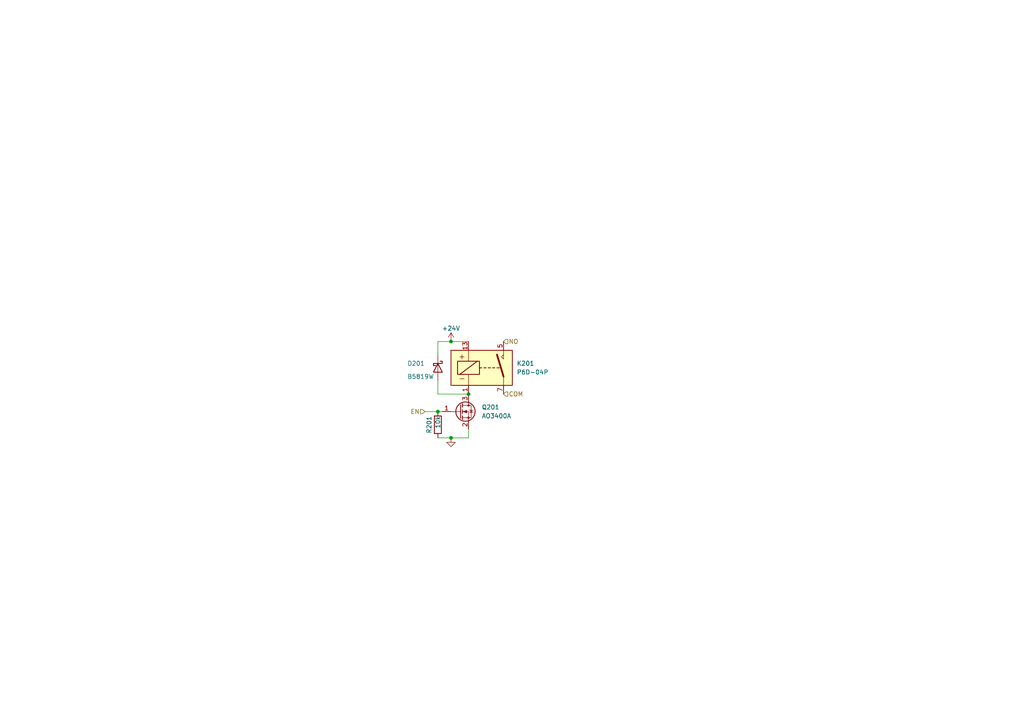
<source format=kicad_sch>
(kicad_sch (version 20211123) (generator eeschema)
  (paper "A4")
  (title_block (title "WormControl-Relay15x5t15-PowerBoard") (date "2024-11-28") (rev "0.1") (company "makerspace.lt"))
  (lib_symbols
    (symbol "-local:P6D-04P"
      (property "Reference" "K" (at 8.89 3.81 0))
      (property "Value" "P6D-04P" (at 8.89 1.27 0))
      (symbol "P6D-04P_0_0"
        (polyline (pts (xy 5.08 5.08) (xy 5.08 2.54) (xy 4.445 3.175) (xy 5.08 3.81)))
      )
      (symbol "P6D-04P_0_1"
        (rectangle (start -10.16 5.08) (end 7.62 -5.08) (stroke (width 0.254)) (fill (type background)))
        (rectangle (start -8.255 1.905) (end -1.905 -1.905) (stroke (width 0.254)))
        (polyline (pts (xy -7.62 -3.175) (xy -6.35 -3.175)))
        (polyline (pts (xy -7.62 -1.905) (xy -2.54 1.905)) (stroke (width 0.254)))
        (polyline (pts (xy -5.08 -5.08) (xy -5.08 -1.905)))
        (polyline (pts (xy -5.08 5.08) (xy -5.08 1.905)))
        (polyline (pts (xy -1.905 0) (xy -1.27 0)) (stroke (width 0.254)))
        (polyline (pts (xy -0.635 0) (xy 0 0)) (stroke (width 0.254)))
        (polyline (pts (xy 0.635 0) (xy 1.27 0)) (stroke (width 0.254)))
        (polyline (pts (xy 1.905 0) (xy 2.54 0)) (stroke (width 0.254)))
        (polyline (pts (xy 3.175 0) (xy 3.81 0)) (stroke (width 0.254)))
        (polyline (pts (xy 5.08 -2.54) (xy 3.175 3.81)) (stroke (width 0.508)))
        (polyline (pts (xy 5.08 -2.54) (xy 5.08 -5.08)))
        (polyline (pts (xy -7.62 3.175) (xy -6.35 3.175) (xy -6.985 3.175) (xy -6.985 3.81) (xy -6.985 2.54)))
      )
      (symbol "P6D-04P_1_1"
        (pin passive line (at -5.08 -7.62 90) (length 2.54) (name "~") (number "1"))
        (pin passive line (at -5.08 7.62 270) (length 2.54) (name "~") (number "13"))
        (pin passive line (at 5.08 7.62 270) (length 2.54) (name "~") (number "5"))
        (pin passive line (at 5.08 -7.62 90) (length 2.54) (name "~") (number "7"))
      )
    )
    (symbol "-pwr:GND" (power) (pin_numbers hide) (pin_names (offset 0) hide)
      (symbol "GND_0_1"
        (polyline (pts (xy 0 0) (xy 0 -1.27) (xy 1.27 -1.27) (xy 0 -2.54) (xy -1.27 -1.27) (xy 0 -1.27)))
      )
      (symbol "GND_1_1"
        (pin power_in line (at 0 0 270) (length 0) hide (name "GND") (number "1"))
      )
    )
    (symbol "Device:D_Schottky" (pin_numbers hide) (pin_names (offset 1.016) hide)
      (property "Reference" "D" (at 0 2.54 0))
      (property "Value" "D_Schottky" (at 0 -2.54 0))
      (symbol "D_Schottky_0_1"
        (polyline (pts (xy 1.27 0) (xy -1.27 0)))
        (polyline (pts (xy 1.27 1.27) (xy 1.27 -1.27) (xy -1.27 0) (xy 1.27 1.27)) (stroke (width 0.254)))
        (polyline (pts (xy -1.905 0.635) (xy -1.905 1.27) (xy -1.27 1.27) (xy -1.27 -1.27) (xy -0.635 -1.27) (xy -0.635 -0.635)) (stroke (width 0.254)))
      )
      (symbol "D_Schottky_1_1"
        (pin passive line (at -3.81 0 0) (length 2.54) (name "K") (number "1"))
        (pin passive line (at 3.81 0 180) (length 2.54) (name "A") (number "2"))
      )
    )
    (symbol "Device:R" (pin_numbers hide) (pin_names (offset 0))
      (property "Reference" "R" (at 2.032 0 90))
      (property "Value" "R" (at 0 0 90))
      (symbol "R_0_1"
        (rectangle (start -1.016 -2.54) (end 1.016 2.54) (stroke (width 0.254)))
      )
      (symbol "R_1_1"
        (pin passive line (at 0 3.81 270) (length 1.27) (name "~") (number "1"))
        (pin passive line (at 0 -3.81 90) (length 1.27) (name "~") (number "2"))
      )
    )
    (symbol "Transistor_FET:AO3400A" (pin_names hide)
      (property "Reference" "Q" (at 5.08 1.905 0))
      (property "Value" "AO3400A" (at 5.08 0 0))
      (symbol "AO3400A_0_1"
        (polyline (pts (xy 0.254 0) (xy -2.54 0)))
        (polyline (pts (xy 0.254 1.905) (xy 0.254 -1.905)) (stroke (width 0.254)))
        (polyline (pts (xy 0.762 -1.27) (xy 0.762 -2.286)) (stroke (width 0.254)))
        (polyline (pts (xy 0.762 0.508) (xy 0.762 -0.508)) (stroke (width 0.254)))
        (polyline (pts (xy 0.762 2.286) (xy 0.762 1.27)) (stroke (width 0.254)))
        (polyline (pts (xy 2.54 2.54) (xy 2.54 1.778)))
        (polyline (pts (xy 2.54 -2.54) (xy 2.54 0) (xy 0.762 0)))
        (polyline (pts (xy 0.762 -1.778) (xy 3.302 -1.778) (xy 3.302 1.778) (xy 0.762 1.778)))
        (polyline (pts (xy 1.016 0) (xy 2.032 0.381) (xy 2.032 -0.381) (xy 1.016 0)) (fill (type outline)))
        (polyline (pts (xy 2.794 0.508) (xy 2.921 0.381) (xy 3.683 0.381) (xy 3.81 0.254)))
        (polyline (pts (xy 3.302 0.381) (xy 2.921 -0.254) (xy 3.683 -0.254) (xy 3.302 0.381)))
        (circle (center 1.651 0) (radius 2.794) (stroke (width 0.254)))
        (circle (center 2.54 -1.778) (radius 0.254) (fill (type outline)))
        (circle (center 2.54 1.778) (radius 0.254) (fill (type outline)))
      )
      (symbol "AO3400A_1_1"
        (pin input line (at -5.08 0 0) (length 2.54) (name "G") (number "1"))
        (pin passive line (at 2.54 -5.08 90) (length 2.54) (name "S") (number "2"))
        (pin passive line (at 2.54 5.08 270) (length 2.54) (name "D") (number "3"))
      )
    )
    (symbol "power:+24V" (power) (pin_numbers hide) (pin_names (offset 0) hide)
      (property "Value" "+24V" (at 0 3.556 0))
      (symbol "+24V_0_1"
        (polyline (pts (xy -0.762 1.27) (xy 0 2.54)))
        (polyline (pts (xy 0 0) (xy 0 2.54)))
        (polyline (pts (xy 0 2.54) (xy 0.762 1.27)))
      )
      (symbol "+24V_1_1"
        (pin power_in line (at 0 0 90) (length 0) hide (name "+24V") (number "1"))
      )
    )
  )
  (junction (at 135.89 114.3))
  (junction (at 127 119.38))
  (junction (at 130.81 99.06))
  (junction (at 130.81 127))
  (wire (pts (xy 130.81 127) (xy 135.89 127)))
  (wire (pts (xy 130.81 99.06) (xy 135.89 99.06)))
  (wire (pts (xy 123.19 119.38) (xy 127 119.38)))
  (wire (pts (xy 127 102.87) (xy 127 99.06)))
  (wire (pts (xy 127 127) (xy 130.81 127)))
  (wire (pts (xy 127 119.38) (xy 128.27 119.38)))
  (wire (pts (xy 135.89 127) (xy 135.89 124.46)))
  (wire (pts (xy 127 99.06) (xy 130.81 99.06)))
  (wire (pts (xy 127 114.3) (xy 135.89 114.3)))
  (wire (pts (xy 127 110.49) (xy 127 114.3)))
  (hierarchical_label "COM" (shape input) (at 146.05 114.3 0))
  (hierarchical_label "NO" (shape input) (at 146.05 99.06 0))
  (hierarchical_label "EN" (shape input) (at 123.19 119.38 180))
  (symbol (lib_id "Device:D_Schottky") (at 127 106.68 270) (unit 1)
    (property "Reference" "D201" (at 118.11 105.41 90) (effects (justify left)))
    (property "Value" "B5819W" (at 118.11 109.22 90) (effects (justify left)))
    (property "Footprint" "Diode_SMD:D_SOD-123" (effects hide))
    (property "jlc-part-type" "B" (effects hide))
    (property "lcsc#" "C8598" (effects hide))
  )
  (symbol (lib_id "-local:P6D-04P") (at 140.97 106.68 0) (unit 1)
    (property "Reference" "K201" (at 149.86 105.4099 0) (effects (justify left)))
    (property "Value" "P6D-04P" (at 149.86 107.9499 0) (effects (justify left)))
    (property "Footprint" "-local:P6D-04P" (effects hide))
    (property "Datasheet" "https://www.lcsc.com/datasheet/lcsc_datasheet_2211282300_Omron-Electronics-G6D-1A-ASI-DC24_C32716.pdf" (effects hide))
    (property "jlc-part-type" "E" (effects hide))
    (property "lcsc#" "C1524870" (effects hide))
  )
  (symbol (lib_id "-pwr:GND") (at 130.81 127 0) (unit 1)
    (property "Reference" "#PWR0202" (effects hide))
    (property "Value" "GND" (effects hide))
  )
  (symbol (lib_id "Transistor_FET:AO3400A") (at 133.35 119.38 0) (unit 1)
    (property "Reference" "Q201" (at 139.7 118.1099 0) (effects (justify left)))
    (property "Value" "AO3400A" (at 139.7 120.6499 0) (effects (justify left)))
    (property "Footprint" "Package_TO_SOT_SMD:SOT-23" (effects hide))
    (property "Datasheet" "http://www.aosmd.com/pdfs/datasheet/AO3400A.pdf" (effects hide))
    (property "jlc-part-type" "B" (effects hide))
    (property "lcsc#" "C20917" (effects hide))
  )
  (symbol (lib_id "power:+24V") (at 130.81 99.06 0) (unit 1) (in_bom no) (on_board no)
    (property "Reference" "#PWR0201" (effects hide))
    (property "Value" "+24V" (at 130.81 95.25 0))
  )
  (symbol (lib_id "Device:R") (at 127 123.19 180) (unit 1)
    (property "Reference" "R201" (at 124.46 120.65 90) (effects (justify left)))
    (property "Value" "10k" (at 127 120.65 90) (effects (justify left)))
    (property "Footprint" "Resistor_SMD:R_0805_2012Metric" (effects hide))
    (property "jlc-part-type" "B" (effects hide))
    (property "lcsc#" "C17414" (effects hide))
  )
)
</source>
